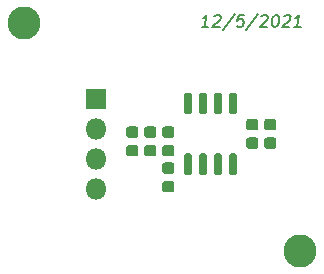
<source format=gbr>
%TF.GenerationSoftware,KiCad,Pcbnew,5.1.6-c6e7f7d~87~ubuntu18.04.1*%
%TF.CreationDate,2021-12-08T10:02:53-08:00*%
%TF.ProjectId,wien-bridge-oscillator,7769656e-2d62-4726-9964-67652d6f7363,rev?*%
%TF.SameCoordinates,Original*%
%TF.FileFunction,Soldermask,Top*%
%TF.FilePolarity,Negative*%
%FSLAX46Y46*%
G04 Gerber Fmt 4.6, Leading zero omitted, Abs format (unit mm)*
G04 Created by KiCad (PCBNEW 5.1.6-c6e7f7d~87~ubuntu18.04.1) date 2021-12-08 10:02:53*
%MOMM*%
%LPD*%
G01*
G04 APERTURE LIST*
%ADD10C,0.150000*%
%ADD11C,2.800000*%
%ADD12O,1.800000X1.800000*%
%ADD13R,1.800000X1.800000*%
G04 APERTURE END LIST*
D10*
X164936967Y-87447380D02*
X164365538Y-87447380D01*
X164651252Y-87447380D02*
X164776252Y-86447380D01*
X164663157Y-86590238D01*
X164556014Y-86685476D01*
X164454824Y-86733095D01*
X165431014Y-86542619D02*
X165484586Y-86495000D01*
X165585776Y-86447380D01*
X165823872Y-86447380D01*
X165913157Y-86495000D01*
X165954824Y-86542619D01*
X165990538Y-86637857D01*
X165978633Y-86733095D01*
X165913157Y-86875952D01*
X165270300Y-87447380D01*
X165889348Y-87447380D01*
X167163157Y-86399761D02*
X166145300Y-87685476D01*
X167966729Y-86447380D02*
X167490538Y-86447380D01*
X167383395Y-86923571D01*
X167436967Y-86875952D01*
X167538157Y-86828333D01*
X167776252Y-86828333D01*
X167865538Y-86875952D01*
X167907205Y-86923571D01*
X167942919Y-87018809D01*
X167913157Y-87256904D01*
X167853633Y-87352142D01*
X167800062Y-87399761D01*
X167698872Y-87447380D01*
X167460776Y-87447380D01*
X167371491Y-87399761D01*
X167329824Y-87352142D01*
X169163157Y-86399761D02*
X168145300Y-87685476D01*
X169431014Y-86542619D02*
X169484586Y-86495000D01*
X169585776Y-86447380D01*
X169823872Y-86447380D01*
X169913157Y-86495000D01*
X169954824Y-86542619D01*
X169990538Y-86637857D01*
X169978633Y-86733095D01*
X169913157Y-86875952D01*
X169270300Y-87447380D01*
X169889348Y-87447380D01*
X170633395Y-86447380D02*
X170728633Y-86447380D01*
X170817919Y-86495000D01*
X170859586Y-86542619D01*
X170895300Y-86637857D01*
X170919110Y-86828333D01*
X170889348Y-87066428D01*
X170817919Y-87256904D01*
X170758395Y-87352142D01*
X170704824Y-87399761D01*
X170603633Y-87447380D01*
X170508395Y-87447380D01*
X170419110Y-87399761D01*
X170377443Y-87352142D01*
X170341729Y-87256904D01*
X170317919Y-87066428D01*
X170347681Y-86828333D01*
X170419110Y-86637857D01*
X170478633Y-86542619D01*
X170532205Y-86495000D01*
X170633395Y-86447380D01*
X171335776Y-86542619D02*
X171389348Y-86495000D01*
X171490538Y-86447380D01*
X171728633Y-86447380D01*
X171817919Y-86495000D01*
X171859586Y-86542619D01*
X171895300Y-86637857D01*
X171883395Y-86733095D01*
X171817919Y-86875952D01*
X171175062Y-87447380D01*
X171794110Y-87447380D01*
X172746491Y-87447380D02*
X172175062Y-87447380D01*
X172460776Y-87447380D02*
X172585776Y-86447380D01*
X172472681Y-86590238D01*
X172365538Y-86685476D01*
X172264348Y-86733095D01*
%TO.C,U1*%
G36*
G01*
X166830000Y-98170000D02*
X167180000Y-98170000D01*
G75*
G02*
X167355000Y-98345000I0J-175000D01*
G01*
X167355000Y-99845000D01*
G75*
G02*
X167180000Y-100020000I-175000J0D01*
G01*
X166830000Y-100020000D01*
G75*
G02*
X166655000Y-99845000I0J175000D01*
G01*
X166655000Y-98345000D01*
G75*
G02*
X166830000Y-98170000I175000J0D01*
G01*
G37*
G36*
G01*
X165560000Y-98170000D02*
X165910000Y-98170000D01*
G75*
G02*
X166085000Y-98345000I0J-175000D01*
G01*
X166085000Y-99845000D01*
G75*
G02*
X165910000Y-100020000I-175000J0D01*
G01*
X165560000Y-100020000D01*
G75*
G02*
X165385000Y-99845000I0J175000D01*
G01*
X165385000Y-98345000D01*
G75*
G02*
X165560000Y-98170000I175000J0D01*
G01*
G37*
G36*
G01*
X164290000Y-98170000D02*
X164640000Y-98170000D01*
G75*
G02*
X164815000Y-98345000I0J-175000D01*
G01*
X164815000Y-99845000D01*
G75*
G02*
X164640000Y-100020000I-175000J0D01*
G01*
X164290000Y-100020000D01*
G75*
G02*
X164115000Y-99845000I0J175000D01*
G01*
X164115000Y-98345000D01*
G75*
G02*
X164290000Y-98170000I175000J0D01*
G01*
G37*
G36*
G01*
X163020000Y-98170000D02*
X163370000Y-98170000D01*
G75*
G02*
X163545000Y-98345000I0J-175000D01*
G01*
X163545000Y-99845000D01*
G75*
G02*
X163370000Y-100020000I-175000J0D01*
G01*
X163020000Y-100020000D01*
G75*
G02*
X162845000Y-99845000I0J175000D01*
G01*
X162845000Y-98345000D01*
G75*
G02*
X163020000Y-98170000I175000J0D01*
G01*
G37*
G36*
G01*
X163020000Y-93020000D02*
X163370000Y-93020000D01*
G75*
G02*
X163545000Y-93195000I0J-175000D01*
G01*
X163545000Y-94695000D01*
G75*
G02*
X163370000Y-94870000I-175000J0D01*
G01*
X163020000Y-94870000D01*
G75*
G02*
X162845000Y-94695000I0J175000D01*
G01*
X162845000Y-93195000D01*
G75*
G02*
X163020000Y-93020000I175000J0D01*
G01*
G37*
G36*
G01*
X164290000Y-93020000D02*
X164640000Y-93020000D01*
G75*
G02*
X164815000Y-93195000I0J-175000D01*
G01*
X164815000Y-94695000D01*
G75*
G02*
X164640000Y-94870000I-175000J0D01*
G01*
X164290000Y-94870000D01*
G75*
G02*
X164115000Y-94695000I0J175000D01*
G01*
X164115000Y-93195000D01*
G75*
G02*
X164290000Y-93020000I175000J0D01*
G01*
G37*
G36*
G01*
X165560000Y-93020000D02*
X165910000Y-93020000D01*
G75*
G02*
X166085000Y-93195000I0J-175000D01*
G01*
X166085000Y-94695000D01*
G75*
G02*
X165910000Y-94870000I-175000J0D01*
G01*
X165560000Y-94870000D01*
G75*
G02*
X165385000Y-94695000I0J175000D01*
G01*
X165385000Y-93195000D01*
G75*
G02*
X165560000Y-93020000I175000J0D01*
G01*
G37*
G36*
G01*
X166830000Y-93020000D02*
X167180000Y-93020000D01*
G75*
G02*
X167355000Y-93195000I0J-175000D01*
G01*
X167355000Y-94695000D01*
G75*
G02*
X167180000Y-94870000I-175000J0D01*
G01*
X166830000Y-94870000D01*
G75*
G02*
X166655000Y-94695000I0J175000D01*
G01*
X166655000Y-93195000D01*
G75*
G02*
X166830000Y-93020000I175000J0D01*
G01*
G37*
%TD*%
%TO.C,R4*%
G36*
G01*
X159738750Y-97455000D02*
X160301250Y-97455000D01*
G75*
G02*
X160545000Y-97698750I0J-243750D01*
G01*
X160545000Y-98186250D01*
G75*
G02*
X160301250Y-98430000I-243750J0D01*
G01*
X159738750Y-98430000D01*
G75*
G02*
X159495000Y-98186250I0J243750D01*
G01*
X159495000Y-97698750D01*
G75*
G02*
X159738750Y-97455000I243750J0D01*
G01*
G37*
G36*
G01*
X159738750Y-95880000D02*
X160301250Y-95880000D01*
G75*
G02*
X160545000Y-96123750I0J-243750D01*
G01*
X160545000Y-96611250D01*
G75*
G02*
X160301250Y-96855000I-243750J0D01*
G01*
X159738750Y-96855000D01*
G75*
G02*
X159495000Y-96611250I0J243750D01*
G01*
X159495000Y-96123750D01*
G75*
G02*
X159738750Y-95880000I243750J0D01*
G01*
G37*
%TD*%
%TO.C,R3*%
G36*
G01*
X161825250Y-99903000D02*
X161262750Y-99903000D01*
G75*
G02*
X161019000Y-99659250I0J243750D01*
G01*
X161019000Y-99171750D01*
G75*
G02*
X161262750Y-98928000I243750J0D01*
G01*
X161825250Y-98928000D01*
G75*
G02*
X162069000Y-99171750I0J-243750D01*
G01*
X162069000Y-99659250D01*
G75*
G02*
X161825250Y-99903000I-243750J0D01*
G01*
G37*
G36*
G01*
X161825250Y-101478000D02*
X161262750Y-101478000D01*
G75*
G02*
X161019000Y-101234250I0J243750D01*
G01*
X161019000Y-100746750D01*
G75*
G02*
X161262750Y-100503000I243750J0D01*
G01*
X161825250Y-100503000D01*
G75*
G02*
X162069000Y-100746750I0J-243750D01*
G01*
X162069000Y-101234250D01*
G75*
G02*
X161825250Y-101478000I-243750J0D01*
G01*
G37*
%TD*%
%TO.C,R2*%
G36*
G01*
X168374750Y-96820000D02*
X168937250Y-96820000D01*
G75*
G02*
X169181000Y-97063750I0J-243750D01*
G01*
X169181000Y-97551250D01*
G75*
G02*
X168937250Y-97795000I-243750J0D01*
G01*
X168374750Y-97795000D01*
G75*
G02*
X168131000Y-97551250I0J243750D01*
G01*
X168131000Y-97063750D01*
G75*
G02*
X168374750Y-96820000I243750J0D01*
G01*
G37*
G36*
G01*
X168374750Y-95245000D02*
X168937250Y-95245000D01*
G75*
G02*
X169181000Y-95488750I0J-243750D01*
G01*
X169181000Y-95976250D01*
G75*
G02*
X168937250Y-96220000I-243750J0D01*
G01*
X168374750Y-96220000D01*
G75*
G02*
X168131000Y-95976250I0J243750D01*
G01*
X168131000Y-95488750D01*
G75*
G02*
X168374750Y-95245000I243750J0D01*
G01*
G37*
%TD*%
%TO.C,C2*%
G36*
G01*
X158777250Y-96855000D02*
X158214750Y-96855000D01*
G75*
G02*
X157971000Y-96611250I0J243750D01*
G01*
X157971000Y-96123750D01*
G75*
G02*
X158214750Y-95880000I243750J0D01*
G01*
X158777250Y-95880000D01*
G75*
G02*
X159021000Y-96123750I0J-243750D01*
G01*
X159021000Y-96611250D01*
G75*
G02*
X158777250Y-96855000I-243750J0D01*
G01*
G37*
G36*
G01*
X158777250Y-98430000D02*
X158214750Y-98430000D01*
G75*
G02*
X157971000Y-98186250I0J243750D01*
G01*
X157971000Y-97698750D01*
G75*
G02*
X158214750Y-97455000I243750J0D01*
G01*
X158777250Y-97455000D01*
G75*
G02*
X159021000Y-97698750I0J-243750D01*
G01*
X159021000Y-98186250D01*
G75*
G02*
X158777250Y-98430000I-243750J0D01*
G01*
G37*
%TD*%
%TO.C,C1*%
G36*
G01*
X161262750Y-97455000D02*
X161825250Y-97455000D01*
G75*
G02*
X162069000Y-97698750I0J-243750D01*
G01*
X162069000Y-98186250D01*
G75*
G02*
X161825250Y-98430000I-243750J0D01*
G01*
X161262750Y-98430000D01*
G75*
G02*
X161019000Y-98186250I0J243750D01*
G01*
X161019000Y-97698750D01*
G75*
G02*
X161262750Y-97455000I243750J0D01*
G01*
G37*
G36*
G01*
X161262750Y-95880000D02*
X161825250Y-95880000D01*
G75*
G02*
X162069000Y-96123750I0J-243750D01*
G01*
X162069000Y-96611250D01*
G75*
G02*
X161825250Y-96855000I-243750J0D01*
G01*
X161262750Y-96855000D01*
G75*
G02*
X161019000Y-96611250I0J243750D01*
G01*
X161019000Y-96123750D01*
G75*
G02*
X161262750Y-95880000I243750J0D01*
G01*
G37*
%TD*%
%TO.C,R1*%
G36*
G01*
X170461250Y-96220000D02*
X169898750Y-96220000D01*
G75*
G02*
X169655000Y-95976250I0J243750D01*
G01*
X169655000Y-95488750D01*
G75*
G02*
X169898750Y-95245000I243750J0D01*
G01*
X170461250Y-95245000D01*
G75*
G02*
X170705000Y-95488750I0J-243750D01*
G01*
X170705000Y-95976250D01*
G75*
G02*
X170461250Y-96220000I-243750J0D01*
G01*
G37*
G36*
G01*
X170461250Y-97795000D02*
X169898750Y-97795000D01*
G75*
G02*
X169655000Y-97551250I0J243750D01*
G01*
X169655000Y-97063750D01*
G75*
G02*
X169898750Y-96820000I243750J0D01*
G01*
X170461250Y-96820000D01*
G75*
G02*
X170705000Y-97063750I0J-243750D01*
G01*
X170705000Y-97551250D01*
G75*
G02*
X170461250Y-97795000I-243750J0D01*
G01*
G37*
%TD*%
D11*
%TO.C,H2*%
X172720000Y-106426000D03*
%TD*%
%TO.C,H1*%
X149352000Y-87122000D03*
%TD*%
D12*
%TO.C,J2*%
X155448000Y-101219000D03*
X155448000Y-98679000D03*
X155448000Y-96139000D03*
D13*
X155448000Y-93599000D03*
%TD*%
M02*

</source>
